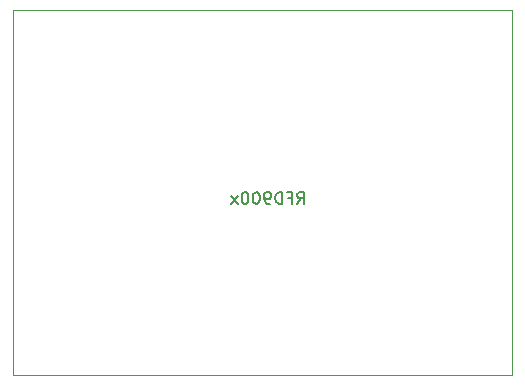
<source format=gbr>
%TF.GenerationSoftware,KiCad,Pcbnew,5.1.10-88a1d61d58~88~ubuntu18.04.1*%
%TF.CreationDate,2021-05-26T16:46:43+10:00*%
%TF.ProjectId,prototype_rocket_fc,70726f74-6f74-4797-9065-5f726f636b65,rev?*%
%TF.SameCoordinates,Original*%
%TF.FileFunction,Legend,Bot*%
%TF.FilePolarity,Positive*%
%FSLAX46Y46*%
G04 Gerber Fmt 4.6, Leading zero omitted, Abs format (unit mm)*
G04 Created by KiCad (PCBNEW 5.1.10-88a1d61d58~88~ubuntu18.04.1) date 2021-05-26 16:46:43*
%MOMM*%
%LPD*%
G01*
G04 APERTURE LIST*
%ADD10C,0.150000*%
%ADD11C,0.120000*%
G04 APERTURE END LIST*
D10*
X112202380Y-54702380D02*
X112535714Y-54226190D01*
X112773809Y-54702380D02*
X112773809Y-53702380D01*
X112392857Y-53702380D01*
X112297619Y-53750000D01*
X112250000Y-53797619D01*
X112202380Y-53892857D01*
X112202380Y-54035714D01*
X112250000Y-54130952D01*
X112297619Y-54178571D01*
X112392857Y-54226190D01*
X112773809Y-54226190D01*
X111440476Y-54178571D02*
X111773809Y-54178571D01*
X111773809Y-54702380D02*
X111773809Y-53702380D01*
X111297619Y-53702380D01*
X110916666Y-54702380D02*
X110916666Y-53702380D01*
X110678571Y-53702380D01*
X110535714Y-53750000D01*
X110440476Y-53845238D01*
X110392857Y-53940476D01*
X110345238Y-54130952D01*
X110345238Y-54273809D01*
X110392857Y-54464285D01*
X110440476Y-54559523D01*
X110535714Y-54654761D01*
X110678571Y-54702380D01*
X110916666Y-54702380D01*
X109869047Y-54702380D02*
X109678571Y-54702380D01*
X109583333Y-54654761D01*
X109535714Y-54607142D01*
X109440476Y-54464285D01*
X109392857Y-54273809D01*
X109392857Y-53892857D01*
X109440476Y-53797619D01*
X109488095Y-53750000D01*
X109583333Y-53702380D01*
X109773809Y-53702380D01*
X109869047Y-53750000D01*
X109916666Y-53797619D01*
X109964285Y-53892857D01*
X109964285Y-54130952D01*
X109916666Y-54226190D01*
X109869047Y-54273809D01*
X109773809Y-54321428D01*
X109583333Y-54321428D01*
X109488095Y-54273809D01*
X109440476Y-54226190D01*
X109392857Y-54130952D01*
X108773809Y-53702380D02*
X108678571Y-53702380D01*
X108583333Y-53750000D01*
X108535714Y-53797619D01*
X108488095Y-53892857D01*
X108440476Y-54083333D01*
X108440476Y-54321428D01*
X108488095Y-54511904D01*
X108535714Y-54607142D01*
X108583333Y-54654761D01*
X108678571Y-54702380D01*
X108773809Y-54702380D01*
X108869047Y-54654761D01*
X108916666Y-54607142D01*
X108964285Y-54511904D01*
X109011904Y-54321428D01*
X109011904Y-54083333D01*
X108964285Y-53892857D01*
X108916666Y-53797619D01*
X108869047Y-53750000D01*
X108773809Y-53702380D01*
X107821428Y-53702380D02*
X107726190Y-53702380D01*
X107630952Y-53750000D01*
X107583333Y-53797619D01*
X107535714Y-53892857D01*
X107488095Y-54083333D01*
X107488095Y-54321428D01*
X107535714Y-54511904D01*
X107583333Y-54607142D01*
X107630952Y-54654761D01*
X107726190Y-54702380D01*
X107821428Y-54702380D01*
X107916666Y-54654761D01*
X107964285Y-54607142D01*
X108011904Y-54511904D01*
X108059523Y-54321428D01*
X108059523Y-54083333D01*
X108011904Y-53892857D01*
X107964285Y-53797619D01*
X107916666Y-53750000D01*
X107821428Y-53702380D01*
X107154761Y-54702380D02*
X106630952Y-54035714D01*
X107154761Y-54035714D02*
X106630952Y-54702380D01*
D11*
%TO.C,U8*%
X130350000Y-69200000D02*
X130350000Y-38300000D01*
X88150000Y-69200000D02*
X88150000Y-38300000D01*
X130350000Y-38300000D02*
X88150000Y-38300000D01*
X130350000Y-69200000D02*
X88150000Y-69200000D01*
%TD*%
M02*

</source>
